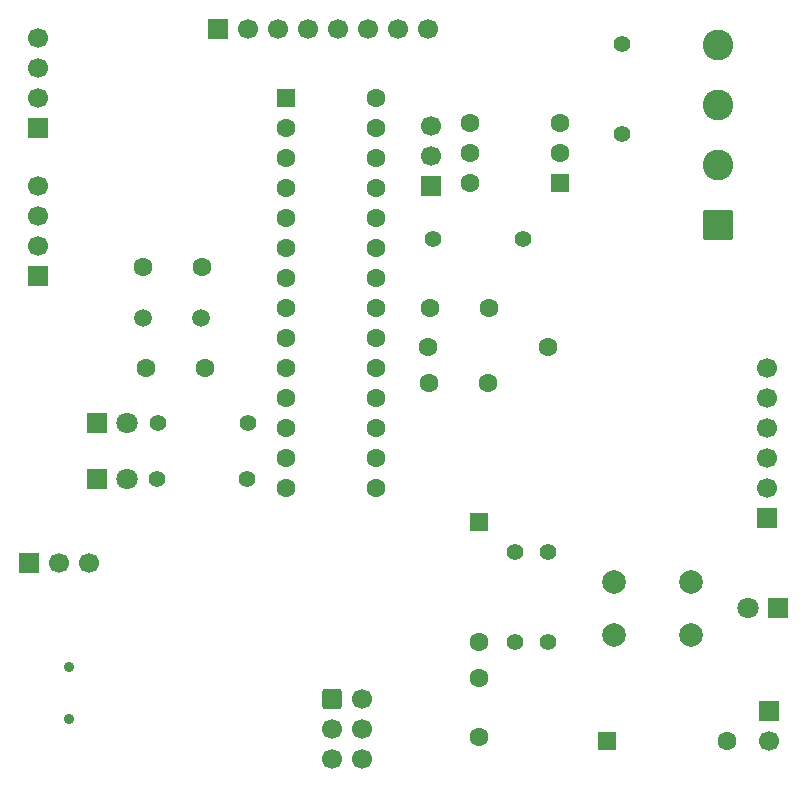
<source format=gbr>
%TF.GenerationSoftware,KiCad,Pcbnew,9.0.7*%
%TF.CreationDate,2026-02-16T21:59:20+01:00*%
%TF.ProjectId,anemometre,616e656d-6f6d-4657-9472-652e6b696361,rev?*%
%TF.SameCoordinates,Original*%
%TF.FileFunction,Soldermask,Bot*%
%TF.FilePolarity,Negative*%
%FSLAX46Y46*%
G04 Gerber Fmt 4.6, Leading zero omitted, Abs format (unit mm)*
G04 Created by KiCad (PCBNEW 9.0.7) date 2026-02-16 21:59:20*
%MOMM*%
%LPD*%
G01*
G04 APERTURE LIST*
G04 Aperture macros list*
%AMRoundRect*
0 Rectangle with rounded corners*
0 $1 Rounding radius*
0 $2 $3 $4 $5 $6 $7 $8 $9 X,Y pos of 4 corners*
0 Add a 4 corners polygon primitive as box body*
4,1,4,$2,$3,$4,$5,$6,$7,$8,$9,$2,$3,0*
0 Add four circle primitives for the rounded corners*
1,1,$1+$1,$2,$3*
1,1,$1+$1,$4,$5*
1,1,$1+$1,$6,$7*
1,1,$1+$1,$8,$9*
0 Add four rect primitives between the rounded corners*
20,1,$1+$1,$2,$3,$4,$5,0*
20,1,$1+$1,$4,$5,$6,$7,0*
20,1,$1+$1,$6,$7,$8,$9,0*
20,1,$1+$1,$8,$9,$2,$3,0*%
G04 Aperture macros list end*
%ADD10C,1.400000*%
%ADD11RoundRect,0.250000X-0.550000X0.550000X-0.550000X-0.550000X0.550000X-0.550000X0.550000X0.550000X0*%
%ADD12C,1.600000*%
%ADD13R,1.700000X1.700000*%
%ADD14C,1.700000*%
%ADD15C,0.900000*%
%ADD16C,1.500000*%
%ADD17RoundRect,0.250000X1.050000X-1.050000X1.050000X1.050000X-1.050000X1.050000X-1.050000X-1.050000X0*%
%ADD18C,2.600000*%
%ADD19R,1.800000X1.800000*%
%ADD20C,1.800000*%
%ADD21RoundRect,0.250000X-0.550000X-0.550000X0.550000X-0.550000X0.550000X0.550000X-0.550000X0.550000X0*%
%ADD22RoundRect,0.250000X-0.600000X-0.600000X0.600000X-0.600000X0.600000X0.600000X-0.600000X0.600000X0*%
%ADD23C,2.000000*%
%ADD24RoundRect,0.250000X0.550000X0.550000X-0.550000X0.550000X-0.550000X-0.550000X0.550000X-0.550000X0*%
G04 APERTURE END LIST*
D10*
%TO.C,R5*%
X116459000Y-70358000D03*
X116459000Y-77978000D03*
%TD*%
D11*
%TO.C,D4*%
X113411000Y-67818000D03*
D12*
X113411000Y-77978000D03*
%TD*%
D13*
%TO.C,J10*%
X75311000Y-71247000D03*
D14*
X77851000Y-71247000D03*
X80391000Y-71247000D03*
%TD*%
D13*
%TO.C,J3*%
X91313000Y-26035000D03*
D14*
X93853000Y-26035000D03*
X96393000Y-26035000D03*
X98933000Y-26035000D03*
X101473000Y-26035000D03*
X104013000Y-26035000D03*
X106553000Y-26035000D03*
X109093000Y-26035000D03*
%TD*%
D13*
%TO.C,J4*%
X137795000Y-67437000D03*
D14*
X137795000Y-64897000D03*
X137795000Y-62357000D03*
X137795000Y-59817000D03*
X137795000Y-57277000D03*
X137795000Y-54737000D03*
%TD*%
D13*
%TO.C,J5*%
X109347000Y-39370000D03*
D14*
X109347000Y-36830000D03*
X109347000Y-34290000D03*
%TD*%
D12*
%TO.C,C5*%
X113411000Y-86026000D03*
X113411000Y-81026000D03*
%TD*%
D10*
%TO.C,R4*%
X93853000Y-59436000D03*
X86233000Y-59436000D03*
%TD*%
D15*
%TO.C,J8*%
X78680000Y-80051000D03*
X78680000Y-84451000D03*
%TD*%
D16*
%TO.C,Y1*%
X89816000Y-50546000D03*
X84936000Y-50546000D03*
%TD*%
D17*
%TO.C,J1*%
X133604000Y-42672000D03*
D18*
X133604000Y-37592000D03*
X133604000Y-32512000D03*
X133604000Y-27432000D03*
%TD*%
D12*
%TO.C,C4*%
X109173000Y-56007000D03*
X114173000Y-56007000D03*
%TD*%
%TO.C,C1*%
X89916000Y-46228000D03*
X84916000Y-46228000D03*
%TD*%
D10*
%TO.C,R3*%
X93726000Y-64135000D03*
X86106000Y-64135000D03*
%TD*%
D19*
%TO.C,D1*%
X81026000Y-59436000D03*
D20*
X83566000Y-59436000D03*
%TD*%
D10*
%TO.C,R1*%
X109474000Y-43810000D03*
X117094000Y-43810000D03*
%TD*%
%TO.C,R2*%
X125476000Y-27305000D03*
X125476000Y-34925000D03*
%TD*%
D12*
%TO.C,C2*%
X90170000Y-54737000D03*
X85170000Y-54737000D03*
%TD*%
D19*
%TO.C,D5*%
X138684000Y-75057000D03*
D20*
X136144000Y-75057000D03*
%TD*%
D12*
%TO.C,C3*%
X114260000Y-49657000D03*
X109260000Y-49657000D03*
%TD*%
D13*
%TO.C,J7*%
X76073000Y-46990000D03*
D14*
X76073000Y-44450000D03*
X76073000Y-41910000D03*
X76073000Y-39370000D03*
%TD*%
D21*
%TO.C,D3*%
X124206000Y-86360000D03*
D12*
X134366000Y-86360000D03*
%TD*%
D22*
%TO.C,J2*%
X100965000Y-82804000D03*
D14*
X103505000Y-82804000D03*
X100965000Y-85344000D03*
X103505000Y-85344000D03*
X100965000Y-87884000D03*
X103505000Y-87884000D03*
%TD*%
D21*
%TO.C,U1*%
X97028000Y-31877000D03*
D12*
X97028000Y-34417000D03*
X97028000Y-36957000D03*
X97028000Y-39497000D03*
X97028000Y-42037000D03*
X97028000Y-44577000D03*
X97028000Y-47117000D03*
X97028000Y-49657000D03*
X97028000Y-52197000D03*
X97028000Y-54737000D03*
X97028000Y-57277000D03*
X97028000Y-59817000D03*
X97028000Y-62357000D03*
X97028000Y-64897000D03*
X104648000Y-64897000D03*
X104648000Y-62357000D03*
X104648000Y-59817000D03*
X104648000Y-57277000D03*
X104648000Y-54737000D03*
X104648000Y-52197000D03*
X104648000Y-49657000D03*
X104648000Y-47117000D03*
X104648000Y-44577000D03*
X104648000Y-42037000D03*
X104648000Y-39497000D03*
X104648000Y-36957000D03*
X104648000Y-34417000D03*
X104648000Y-31877000D03*
%TD*%
D23*
%TO.C,SW1*%
X124818000Y-72898000D03*
X131318000Y-72898000D03*
X124818000Y-77398000D03*
X131318000Y-77398000D03*
%TD*%
D19*
%TO.C,D2*%
X81026000Y-64135000D03*
D20*
X83566000Y-64135000D03*
%TD*%
D24*
%TO.C,U2*%
X120264000Y-39116000D03*
D12*
X120264000Y-36576000D03*
X120264000Y-34036000D03*
X112644000Y-34036000D03*
X112644000Y-36576000D03*
X112644000Y-39116000D03*
%TD*%
%TO.C,L1*%
X119253000Y-52959000D03*
X109093000Y-52959000D03*
%TD*%
D13*
%TO.C,J6*%
X76073000Y-34417000D03*
D14*
X76073000Y-31877000D03*
X76073000Y-29337000D03*
X76073000Y-26797000D03*
%TD*%
D10*
%TO.C,R6*%
X119253000Y-70358000D03*
X119253000Y-77978000D03*
%TD*%
D13*
%TO.C,J9*%
X137922000Y-83820000D03*
D14*
X137922000Y-86360000D03*
%TD*%
M02*

</source>
